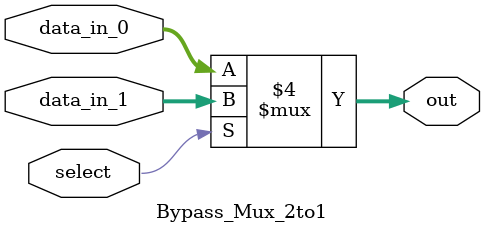
<source format=v>
module Bypass_Mux_4to1
(
  input [31:0] data_in_0,  // 32-bit input data 0
  input [31:0] data_in_1,  // 32-bit input data 1
  input [31:0] data_in_2,  // 32-bit input data 2
  input [31:0] data_in_3,  // 32-bit input data 3
  input [1:0] select,     // 2-bit select signal
  output reg [31:0] out   // 32-bit output
);

always @(*) begin
  case (select)
    2'b00: out = data_in_0;
    2'b01: out = data_in_1;
    2'b10: out = data_in_2;
    2'b11: out = data_in_3;
  endcase
end

endmodule

module Bypass_Mux_2to1
(
  input [31:0] data_in_0,  // 32-bit input data 0
  input [31:0] data_in_1,  // 32-bit input data 1
  input select,            // 1-bit select signal
  output reg [31:0] out    // 32-bit output
);

always @(*) begin
  if (select == 1'b0) begin
    out = data_in_0;
  end else begin
    out = data_in_1;
  end
end

endmodule
</source>
